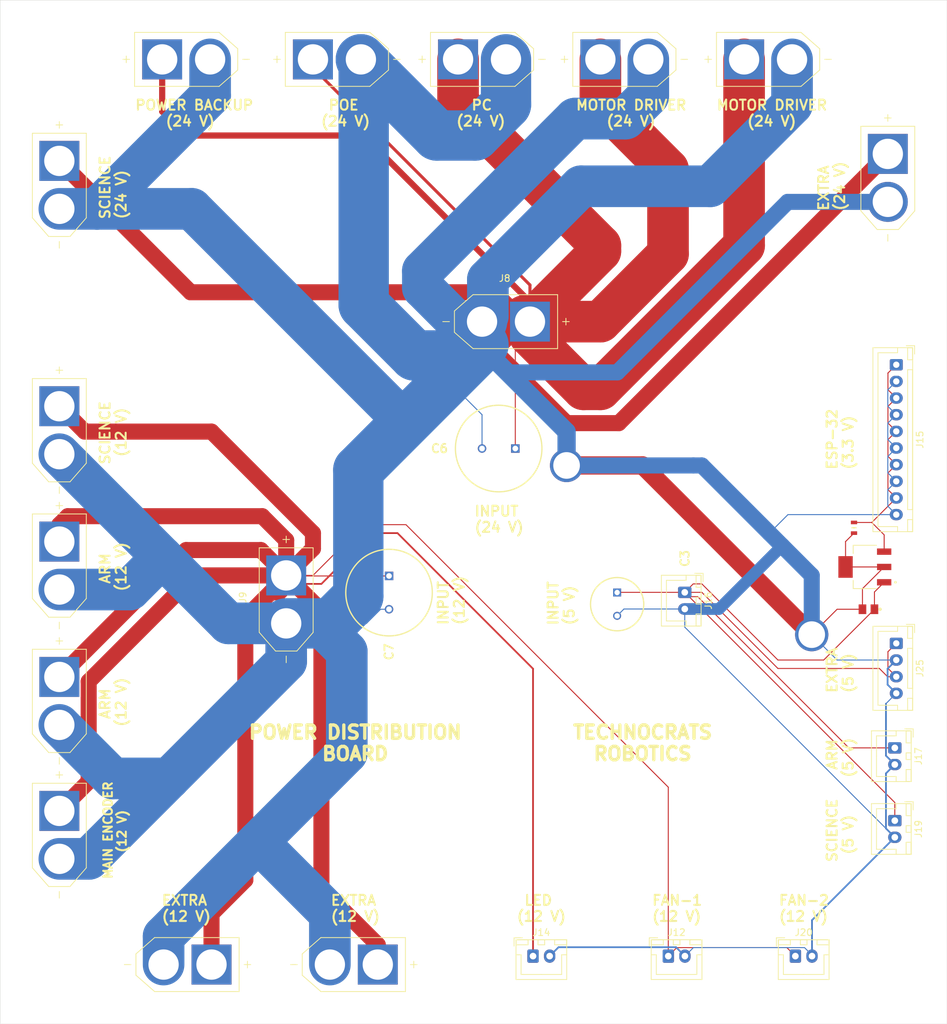
<source format=kicad_pcb>
(kicad_pcb (version 20240108) (generator "pcbnew") (generator_version "8.0")
  (layers (0 "F.Cu" power "24V, 12V") (31 "B.Cu" power "GND") (34 "B.Paste" user) (35 "F.Paste" user) (36 "B.SilkS" user "B.Silkscreen") (37 "F.SilkS" user "F.Silkscreen") (38 "B.Mask" user) (39 "F.Mask" user) (44 "Edge.Cuts" user))
  (net 0 "")
  (net 1 "/GND")
  (net 2 "/5V_INPUT")
  (net 3 "/3.3V")
  (net 4 "/24V_INPUT")
  (net 5 "/12V_INPUT")
  (footprint "XT60-Male:AMASS_XT60-M" (layer "F.Cu") (at 210.82 166.16 -90)
    (property "Reference" "J21" (hide yes))
    (property "Value" "XT60-M")
    (pad "N" thru_hole circle (at 3.6 0 270) (size 6 6) (drill 4.55) (layers "*.Cu" "*.Mask") (net 1 "/GND"))
    (pad "P" thru_hole rect (at -3.6 0 270) (size 6 6) (drill 4.55) (layers "*.Cu" "*.Mask") (net 5 "/12V_INPUT"))
  )
  (footprint "Connector_JST:JST_XH_B2B-XH-A_1x02_P2.50mm_Vertical" (layer "F.Cu") (at 336.33 193.53 -90)
    (property "Reference" "J17" (at 1.25 -3.55 -90) (layer "F.SilkS"))
    (property "Value" "JST-2")
    (pad "1" thru_hole roundrect (at 0 0 270) (size 1.7 2) (drill 1) (layers "*.Cu" "*.Mask") (roundrect_rratio 0.147059) (net 2 "/5V_INPUT"))
    (pad "2" thru_hole oval (at 2.5 0 270) (size 1.7 2) (drill 1) (layers "*.Cu" "*.Mask") (net 1 "/GND"))
  )
  (footprint "470nf_KiCad:C0805" (layer "F.Cu") (at 332.37 172.72 180)
    (property "Reference" "C1" (hide yes))
    (property "Value" "0.47uF" (hide yes))
    (pad "1" smd rect (at -0.9 0 180) (size 1.15 1.45) (layers "F.Cu" "F.Paste" "F.Mask") (net 2 "/5V_INPUT"))
    (pad "2" smd rect (at 0.9 0 180) (size 1.15 1.45) (layers "F.Cu" "F.Paste" "F.Mask") (net 1 "/GND"))
  )
  (footprint "XT60-Male:AMASS_XT60-M" (layer "F.Cu") (at 252.52 90.17)
    (property "Reference" "J6" (hide yes))
    (property "Value" "XT60-M")
    (pad "N" thru_hole circle (at 3.6 0) (size 6 6) (drill 4.55) (layers "*.Cu" "*.Mask") (net 1 "/GND"))
    (pad "P" thru_hole rect (at -3.6 0) (size 6 6) (drill 4.55) (layers "*.Cu" "*.Mask") (net 4 "/24V_INPUT"))
  )
  (footprint "LM3940IMP-3.3_NOPB (1):VREG_LM3940IMP-3.3_NOPB" (layer "F.Cu") (at 331.83 166.37 180)
    (property "Reference" "VR1" (hide yes))
    (property "Value" "LM3940IMP-3.3_NOPB")
    (pad "1" smd rect (at -2.9 -2.3 90) (size 0.95 2.15) (layers "F.Cu" "F.Paste" "F.Mask") (net 2 "/5V_INPUT"))
    (pad "2" smd rect (at -2.9 0 90) (size 0.95 2.15) (layers "F.Cu" "F.Paste" "F.Mask") (net 1 "/GND"))
    (pad "3" smd rect (at -2.9 2.3 90) (size 0.95 2.15) (layers "F.Cu" "F.Paste" "F.Mask") (net 3 "/3.3V"))
    (pad "4" smd rect (at 2.9 0 90) (size 3.25 2.15) (layers "F.Cu" "F.Paste" "F.Mask") (net 1 "/GND"))
  )
  (footprint "XT60-Male:AMASS_XT60-M" (layer "F.Cu") (at 210.82 109.01 -90)
    (property "Reference" "J3" (hide yes))
    (property "Value" "XT60-M")
    (pad "N" thru_hole circle (at 3.6 0 270) (size 6 6) (drill 4.55) (layers "*.Cu" "*.Mask") (net 1 "/GND"))
    (pad "P" thru_hole rect (at -3.6 0 270) (size 6 6) (drill 4.55) (layers "*.Cu" "*.Mask") (net 4 "/24V_INPUT"))
  )
  (footprint "Connector_JST:JST_XH_B2B-XH-A_1x02_P2.50mm_Vertical" (layer "F.Cu") (at 336.33 204.455 -90)
    (property "Reference" "J19" (at 1.25 -3.55 -90) (layer "F.SilkS"))
    (property "Value" "JST-2")
    (pad "1" thru_hole roundrect (at 0 0 270) (size 1.7 2) (drill 1) (layers "*.Cu" "*.Mask") (roundrect_rratio 0.147059) (net 2 "/5V_INPUT"))
    (pad "2" thru_hole oval (at 2.5 0 270) (size 1.7 2) (drill 1) (layers "*.Cu" "*.Mask") (net 1 "/GND"))
  )
  (footprint "XT60-Male:AMASS_XT60-M" (layer "F.Cu") (at 210.82 145.84 -90)
    (property "Reference" "J18" (hide yes))
    (property "Value" "XT60-M")
    (pad "N" thru_hole circle (at 3.6 0 270) (size 6 6) (drill 4.55) (layers "*.Cu" "*.Mask") (net 1 "/GND"))
    (pad "P" thru_hole rect (at -3.6 0 270) (size 6 6) (drill 4.55) (layers "*.Cu" "*.Mask") (net 5 "/12V_INPUT"))
  )
  (footprint "Connector_JST:JST_XH_B2B-XH-A_1x02_P2.50mm_Vertical" (layer "F.Cu") (at 281.98 224.79)
    (property "Reference" "J14" (at 1.25 -3.55 0) (layer "F.SilkS"))
    (property "Value" "JST-2")
    (pad "1" thru_hole roundrect (at 0 0) (size 1.7 2) (drill 1) (layers "*.Cu" "*.Mask") (roundrect_rratio 0.147059) (net 5 "/12V_INPUT"))
    (pad "2" thru_hole oval (at 2.5 0) (size 1.7 2) (drill 1) (layers "*.Cu" "*.Mask") (net 1 "/GND"))
  )
  (footprint "Connector_JST:JST_XH_B2B-XH-A_1x02_P2.50mm_Vertical" (layer "F.Cu") (at 302.3 224.79)
    (property "Reference" "J12" (at 1.25 -3.55 0) (layer "F.SilkS"))
    (property "Value" "JST-2")
    (pad "1" thru_hole roundrect (at 0 0) (size 1.7 2) (drill 1) (layers "*.Cu" "*.Mask") (roundrect_rratio 0.147059) (net 5 "/12V_INPUT"))
    (pad "2" thru_hole oval (at 2.5 0) (size 1.7 2) (drill 1) (layers "*.Cu" "*.Mask") (net 1 "/GND"))
  )
  (footprint "Connector_JST:JST_XH_B2B-XH-A_1x02_P2.50mm_Vertical" (layer "F.Cu") (at 321.39 224.79)
    (property "Reference" "J20" (at 1.25 -3.55 0) (layer "F.SilkS"))
    (property "Value" "JST-2")
    (pad "1" thru_hole roundrect (at 0 0) (size 1.7 2) (drill 1) (layers "*.Cu" "*.Mask") (roundrect_rratio 0.147059) (net 5 "/12V_INPUT"))
    (pad "2" thru_hole oval (at 2.5 0) (size 1.7 2) (drill 1) (layers "*.Cu" "*.Mask") (net 1 "/GND"))
  )
  (footprint "XT60-Male:AMASS_XT60-M" (layer "F.Cu") (at 255.06 226.06 180)
    (property "Reference" "J24" (hide yes))
    (property "Value" "XT60-M")
    (pad "N" thru_hole circle (at 3.6 0 180) (size 6 6) (drill 4.55) (layers "*.Cu" "*.Mask") (net 1 "/GND"))
    (pad "P" thru_hole rect (at -3.6 0 180) (size 6 6) (drill 4.55) (layers "*.Cu" "*.Mask") (net 5 "/12V_INPUT"))
  )
  (footprint "16V - 220 µF KiCad:CAPPRD350W60D800H900" (layer "F.Cu") (at 294.615 170.205 -90)
    (property "Reference" "C3" (at -5.105 -10.185 90) (layer "F.SilkS") (effects (font (size 1.27 1.27) (thickness 0.254))))
    (property "Value" "RL81C221MDN1KX" (hide yes))
    (pad "1" thru_hole rect (at 0 0 270) (size 1.2 1.2) (drill 0.8) (layers "*.Cu" "*.Mask") (net 2 "/5V_INPUT"))
    (pad "2" thru_hole circle (at 3.5 0 270) (size 1.2 1.2) (drill 0.8) (layers "*.Cu" "*.Mask") (net 1 "/GND"))
  )
  (footprint "XT60-Male:AMASS_XT60-M" (layer "F.Cu") (at 335.28 107.96 -90)
    (property "Reference" "J23" (hide yes))
    (property "Value" "XT60-M")
    (pad "N" thru_hole circle (at 3.6 0 270) (size 6 6) (drill 4.55) (layers "*.Cu" "*.Mask") (net 1 "/GND"))
    (pad "P" thru_hole rect (at -3.6 0 270) (size 6 6) (drill 4.55) (layers "*.Cu" "*.Mask") (net 4 "/24V_INPUT"))
  )
  (footprint "XT60-Male:AMASS_XT60-M" (layer "F.Cu") (at 210.82 206.59 -90)
    (property "Reference" "J22" (hide yes))
    (property "Value" "XT60-M")
    (pad "N" thru_hole circle (at 3.6 0 270) (size 6 6) (drill 4.55) (layers "*.Cu" "*.Mask") (net 1 "/GND"))
    (pad "P" thru_hole rect (at -3.6 0 270) (size 6 6) (drill 4.55) (layers "*.Cu" "*.Mask") (net 5 "/12V_INPUT"))
  )
  (footprint "Connector_JST:JST_XH_B4B-XH-A_1x04_P2.50mm_Vertical" (layer "F.Cu") (at 336.55 177.84 -90)
    (property "Reference" "J25" (at 3.75 -3.55 -90) (layer "F.SilkS"))
    (property "Value" "B4B-XH-A_LF__SN_")
    (pad "1" thru_hole roundrect (at 0 0 270) (size 1.7 1.95) (drill 0.95) (layers "*.Cu" "*.Mask") (roundrect_rratio 0.147059) (net 2 "/5V_INPUT"))
    (pad "2" thru_hole oval (at 2.5 0 270) (size 1.7 1.95) (drill 0.95) (layers "*.Cu" "*.Mask") (net 1 "/GND"))
    (pad "3" thru_hole oval (at 5 0 270) (size 1.7 1.95) (drill 0.95) (layers "*.Cu" "*.Mask") (net 2 "/5V_INPUT"))
    (pad "4" thru_hole oval (at 7.5 0 270) (size 1.7 1.95) (drill 0.95) (layers "*.Cu" "*.Mask") (net 1 "/GND"))
  )
  (footprint "XT60-Male:AMASS_XT60-M" (layer "F.Cu") (at 210.82 186.48 -90)
    (property "Reference" "J5" (hide yes))
    (property "Value" "XT60-M")
    (pad "N" thru_hole circle (at 3.6 0 270) (size 6 6) (drill 4.55) (layers "*.Cu" "*.Mask") (net 1 "/GND"))
    (pad "P" thru_hole rect (at -3.6 0 270) (size 6 6) (drill 4.55) (layers "*.Cu" "*.Mask") (net 5 "/12V_INPUT"))
  )
  (footprint "35V (1000uf) or 50V (470uf) KiCad:CAPPRD500W65D1300H2100" (layer "F.Cu") (at 279.32 148.59 180)
    (property "Reference" "C6" (at 11.39 0 180) (layer "F.SilkS") (effects (font (size 1.27 1.27) (thickness 0.254))))
    (property "Value" "SK102M035ST" (hide yes))
    (pad "1" thru_hole rect (at 0 0 180) (size 1.275 1.275) (drill 0.85) (layers "*.Cu" "*.Mask") (net 4 "/24V_INPUT"))
    (pad "2" thru_hole circle (at 5 0 180) (size 1.275 1.275) (drill 0.85) (layers "*.Cu" "*.Mask") (net 1 "/GND"))
  )
  (footprint "XT60-Male:AMASS_XT60-M" (layer "F.Cu") (at 274.32 90.17)
    (property "Reference" "J7" (hide yes))
    (property "Value" "XT60-M")
    (pad "N" thru_hole circle (at 3.6 0) (size 6 6) (drill 4.55) (layers "*.Cu" "*.Mask") (net 1 "/GND"))
    (pad "P" thru_hole rect (at -3.6 0) (size 6 6) (drill 4.55) (layers "*.Cu" "*.Mask") (net 4 "/24V_INPUT"))
  )
  (footprint "XT60-Male:AMASS_XT60-M" (layer "F.Cu") (at 230.08 226.06 180)
    (property "Reference" "J10" (hide yes))
    (property "Value" "XT60-M")
    (pad "N" thru_hole circle (at 3.6 0 180) (size 6 6) (drill 4.55) (layers "*.Cu" "*.Mask") (net 1 "/GND"))
    (pad "P" thru_hole rect (at -3.6 0 180) (size 6 6) (drill 4.55) (layers "*.Cu" "*.Mask") (net 5 "/12V_INPUT"))
  )
  (footprint "35V (1000uf) or 50V (470uf) KiCad:CAPPRD500W65D1300H2100" (layer "F.Cu") (at 260.35 167.72 -90)
    (property "Reference" "C7" (at 11.39 0 90) (layer "F.SilkS") (effects (font (size 1.27 1.27) (thickness 0.254))))
    (property "Value" "SK102M035ST" (hide yes))
    (pad "1" thru_hole rect (at 0 0 270) (size 1.275 1.275) (drill 0.85) (layers "*.Cu" "*.Mask") (net 5 "/12V_INPUT"))
    (pad "2" thru_hole circle (at 5 0 270) (size 1.275 1.275) (drill 0.85) (layers "*.Cu" "*.Mask") (net 1 "/GND"))
  )
  (footprint "XT60-Male:AMASS_XT60-M" (layer "F.Cu") (at 277.92 129.54 180)
    (property "Reference" "J8" (at 0.2 6.5 180) (layer "F.SilkS"))
    (property "Value" "XT60-M")
    (pad "N" thru_hole circle (at 3.6 0 180) (size 6 6) (drill 4.55) (layers "*.Cu" "*.Mask") (net 1 "/GND"))
    (pad "P" thru_hole rect (at -3.6 0 180) (size 6 6) (drill 4.55) (layers "*.Cu" "*.Mask") (net 4 "/24V_INPUT"))
  )
  (footprint "XT60-Male:AMASS_XT60-M" (layer "F.Cu") (at 295.7 90.17)
    (property "Reference" "J2" (hide yes))
    (property "Value" "XT60-M")
    (pad "N" thru_hole circle (at 3.6 0) (size 6 6) (drill 4.55) (layers "*.Cu" "*.Mask") (net 1 "/GND"))
    (pad "P" thru_hole rect (at -3.6 0) (size 6 6) (drill 4.55) (layers "*.Cu" "*.Mask") (net 4 "/24V_INPUT"))
  )
  (footprint "33uf_KiCad:CAPC1608X80N" (layer "F.Cu") (at 330.2 160.49 -90)
    (property "Reference" "C2" (hide yes))
    (property "Value" "33uF" (hide yes))
    (pad "1" smd rect (at -0.8 0 270) (size 0.54 0.94) (layers "F.Cu" "F.Paste" "F.Mask") (net 3 "/3.3V"))
    (pad "2" smd rect (at 0.8 0 270) (size 0.54 0.94) (layers "F.Cu" "F.Paste" "F.Mask") (net 1 "/GND"))
  )
  (footprint "Connector_JST:JST_XH_B2B-XH-A_1x02_P2.50mm_Vertical" (layer "F.Cu") (at 304.775 170.18 -90)
    (property "Reference" "J16" (at 1.25 -3.55 -90) (layer "F.SilkS"))
    (property "Value" "JST-2")
    (pad "1" thru_hole roundrect (at 0 0 270) (size 1.7 2) (drill 1) (layers "*.Cu" "*.Mask") (roundrect_rratio 0.147059) (net 2 "/5V_INPUT"))
    (pad "2" thru_hole oval (at 2.5 0 270) (size 1.7 2) (drill 1) (layers "*.Cu" "*.Mask") (net 1 "/GND"))
  )
  (footprint "XT60-Male:AMASS_XT60-M" (layer "F.Cu") (at 244.9 171.24 -90)
    (property "Reference" "J9" (at -0.3 6.5 90) (layer "F.SilkS"))
    (property "Value" "XT60-M")
    (pad "N" thru_hole circle (at 3.6 0 270) (size 6 6) (drill 4.55) (layers "*.Cu" "*.Mask") (net 1 "/GND"))
    (pad "P" thru_hole rect (at -3.6 0 270) (size 6 6) (drill 4.55) (layers "*.Cu" "*.Mask") (net 5 "/12V_INPUT"))
  )
  (footprint "XT60-Male:AMASS_XT60-M" (layer "F.Cu") (at 229.87 90.17)
    (property "Reference" "J4" (hide yes))
    (property "Value" "XT60-M")
    (pad "N" thru_hole circle (at 3.6 0) (size 6 6) (drill 4.55) (layers "*.Cu" "*.Mask") (net 1 "/GND"))
    (pad "P" thru_hole rect (at -3.6 0) (size 6 6) (drill 4.55) (layers "*.Cu" "*.Mask") (net 4 "/24V_INPUT"))
  )
  (footprint "Connector_JST:JST_XH_B10B-XH-A_1x10_P2.50mm_Vertical" (layer "F.Cu") (at 336.55 136.01 -90)
    (property "Reference" "J15" (at 11.25 -3.55 -90) (layer "F.SilkS"))
    (property "Value" "JST-10")
    (pad "1" thru_hole roundrect (at 0 0 270) (size 1.7 1.95) (drill 0.95) (layers "*.Cu" "*.Mask") (roundrect_rratio 0.147059) (net 3 "/3.3V"))
    (pad "2" thru_hole oval (at 2.5 0 270) (size 1.7 1.95) (drill 0.95) (layers "*.Cu" "*.Mask") (net 1 "/GND"))
    (pad "3" thru_hole oval (at 5 0 270) (size 1.7 1.95) (drill 0.95) (layers "*.Cu" "*.Mask") (net 3 "/3.3V"))
    (pad "4" thru_hole oval (at 7.5 0 270) (size 1.7 1.95) (drill 0.95) (layers "*.Cu" "*.Mask") (net 1 "/GND"))
    (pad "5" thru_hole oval (at 10 0 270) (size 1.7 1.95) (drill 0.95) (layers "*.Cu" "*.Mask") (net 3 "/3.3V"))
    (pad "6" thru_hole oval (at 12.5 0 270) (size 1.7 1.95) (drill 0.95) (layers "*.Cu" "*.Mask") (net 1 "/GND"))
    (pad "7" thru_hole oval (at 15 0 270) (size 1.7 1.95) (drill 0.95) (layers "*.Cu" "*.Mask") (net 3 "/3.3V"))
    (pad "8" thru_hole oval (at 17.5 0 270) (size 1.7 1.95) (drill 0.95) (layers "*.Cu" "*.Mask") (net 1 "/GND"))
    (pad "9" thru_hole oval (at 20 0 270) (size 1.7 1.95) (drill 0.95) (layers "*.Cu" "*.Mask") (net 3 "/3.3V"))
    (pad "10" thru_hole oval (at 22.5 0 270) (size 1.7 1.95) (drill 0.95) (layers "*.Cu" "*.Mask") (net 1 "/GND"))
  )
  (footprint "XT60-Male:AMASS_XT60-M" (layer "F.Cu") (at 317.29 90.17)
    (property "Reference" "J1" (hide yes))
    (property "Value" "XT60-M")
    (pad "N" thru_hole circle (at 3.6 0) (size 6 6) (drill 4.55) (layers "*.Cu" "*.Mask") (net 1 "/GND"))
    (pad "P" thru_hole rect (at -3.6 0) (size 6 6) (drill 4.55) (layers "*.Cu" "*.Mask") (net 4 "/24V_INPUT"))
  )
  (gr_rect (start 201.93 81.28) (end 344.17 234.95) (stroke (width 0.05)) (fill none) (layer "Edge.Cuts"))
  (gr_text " ARM\n(5 V)" (at 330.2 198.12 90) (layer "F.SilkS") (effects (font (size 1.5 1.5) (thickness 0.3) (bold yes)) (justify left bottom)))
  (gr_text "MAIN ENCODER \n    (12 V)\n" (at 220.98 213.36 90) (layer "F.SilkS") (effects (font (size 1.3 1.3) (thickness 0.3) (bold yes)) (justify left bottom)))
  (gr_text "MOTOR DRIVER\n    (24 V)\n" (at 309.43 100.33 0) (layer "F.SilkS") (effects (font (size 1.5 1.5) (thickness 0.3) (bold yes)) (justify left bottom)))
  (gr_text "  PC\n(24 V)" (at 270.3 100.33 0) (layer "F.SilkS") (effects (font (size 1.5 1.5) (thickness 0.3) (bold yes)) (justify left bottom)))
  (gr_text " POE\n(24 V)" (at 249.98 100.33 0) (layer "F.SilkS") (effects (font (size 1.5 1.5) (thickness 0.3) (bold yes)) (justify left bottom)))
  (gr_text " ESP-32\n (3.3 V)" (at 330.2 153.02797 90) (layer "F.SilkS") (effects (font (size 1.5 1.5) (thickness 0.3) (bold yes)) (justify left bottom)))
  (gr_text "EXTRA\n(24 V)" (at 328.93 113.03 90) (layer "F.SilkS") (effects (font (size 1.5 1.5) (thickness 0.3) (bold yes)) (justify left bottom)))
  (gr_text "SCIENCE\n(24 V) " (at 220.98 114.3 90) (layer "F.SilkS") (effects (font (size 1.5 1.5) (thickness 0.3) (bold yes)) (justify left bottom)))
  (gr_text "POWER BACKUP\n    (24 V)" (at 222.07 100.33 0) (layer "F.SilkS") (effects (font (size 1.5 1.5) (thickness 0.3) (bold yes)) (justify left bottom)))
  (gr_text "INPUT\n(24 V)" (at 273.05 161.29 0) (layer "F.SilkS") (effects (font (size 1.5 1.5) (thickness 0.3) (bold yes)) (justify left bottom)))
  (gr_text "INPUT\n(5 V)\n" (at 288.29 175.26 90) (layer "F.SilkS") (effects (font (size 1.5 1.5) (thickness 0.3) (bold yes)) (justify left bottom)))
  (gr_text "POWER DISTRIBUTION\nBOARD" (at 255.27 195.58 0) (layer "F.SilkS") (effects (font (size 2 2) (thickness 0.5)) (justify bottom)))
  (gr_text "SCIENCE\n (5 V)" (at 330.2 210.82 90) (layer "F.SilkS") (effects (font (size 1.5 1.5) (thickness 0.3) (bold yes)) (justify left bottom)))
  (gr_text "FAN-2\n(12 V)\n" (at 318.77 219.71 0) (layer "F.SilkS") (effects (font (size 1.5 1.5) (thickness 0.3) (bold yes)) (justify left bottom)))
  (gr_text "EXTRA\n(12 V)" (at 226.06 219.71 0) (layer "F.SilkS") (effects (font (size 1.5 1.5) (thickness 0.3) (bold yes)) (justify left bottom)))
  (gr_text "TECHNOCRATS\nROBOTICS" (at 298.45 195.58 0) (layer "F.SilkS") (effects (font (size 2 2) (thickness 0.5) (bold yes)) (justify bottom)))
  (gr_text "FAN-1\n(12 V)\n" (at 299.72 219.71 0) (layer "F.SilkS") (effects (font (size 1.5 1.5) (thickness 0.3) (bold yes)) (justify left bottom)))
  (gr_text "EXTRA\n(12 V)" (at 251.46 219.71 0) (layer "F.SilkS") (effects (font (size 1.5 1.5) (thickness 0.3) (bold yes)) (justify left bottom)))
  (gr_text " ARM\n(12 V)" (at 220.98 170.18 90) (layer "F.SilkS") (effects (font (size 1.5 1.5) (thickness 0.3) (bold yes)) (justify left bottom)))
  (gr_text "INPUT\n(12 V)\n" (at 271.78 175.22 90) (layer "F.SilkS") (effects (font (size 1.5 1.5) (thickness 0.3)) (justify left bottom)))
  (gr_text " ARM\n(12 V)" (at 220.98 190.5 90) (layer "F.SilkS") (effects (font (size 1.5 1.5) (thickness 0.3) (bold yes)) (justify left bottom)))
  (gr_text "EXTRA\n(5 V)" (at 330.2 185.42 90) (layer "F.SilkS") (effects (font (size 1.5 1.5) (thickness 0.3) (bold yes)) (justify left bottom)))
  (gr_text " LED\n(12 V)" (at 279.4 219.71 0) (layer "F.SilkS") (effects (font (size 1.5 1.5) (thickness 0.3) (bold yes)) (justify left bottom)))
  (gr_text "MOTOR DRIVER\n    (24 V)\n" (at 288.29 100.33 0) (layer "F.SilkS") (effects (font (size 1.5 1.5) (thickness 0.3) (bold yes)) (justify left bottom)))
  (gr_text "SCIENCE\n (12 V)\n" (at 220.98 151.13 90) (layer "F.SilkS") (effects (font (size 1.5 1.5) (thickness 0.3) (bold yes)) (justify left bottom)))
  (segment (start 323.85 176.53) (end 327.66 172.72) (width 0.15) (layer "F.Cu") (net 1))
  (segment (start 334.73 166.37) (end 331.47 169.63) (width 0.15) (layer "F.Cu") (net 1))
  (segment (start 331.47 169.63) (end 331.47 172.72) (width 0.15) (layer "F.Cu") (net 1))
  (segment (start 328.2 166.17) (end 328.215 166.17) (width 0.15) (layer "F.Cu") (net 1))
  (segment (start 298.45 151.13) (end 287.02 151.13) (width 2.74) (layer "F.Cu") (net 1))
  (segment (start 323.85 176.53) (end 298.45 151.13) (width 2.74) (layer "F.Cu") (net 1))
  (segment (start 328.93 166.37) (end 334.73 166.37) (width 0.15) (layer "F.Cu") (net 1))
  (segment (start 328.93 166.37) (end 328.93 162.56) (width 0.15) (layer "F.Cu") (net 1))
  (segment (start 327.66 172.72) (end 331.47 172.72) (width 0.15) (layer "F.Cu") (net 1))
  (segment (start 328.93 162.56) (end 330.2 161.29) (width 0.15) (layer "F.Cu") (net 1))
  (via (at 323.85 176.53) (size 5) (drill 4) (layers "F.Cu" "B.Cu") (net 1))
  (via (at 287.02 151.13) (size 5) (drill 4) (layers "F.Cu" "B.Cu") (net 1))
  (segment (start 275.195 128.665) (end 275.195 123.215) (width 6.25) (layer "B.Cu") (net 1))
  (segment (start 307.34 151.13) (end 306.07 151.13) (width 2.41) (layer "B.Cu") (net 1))
  (segment (start 245.83 173.91) (end 244.9 174.84) (width 0.15) (layer "B.Cu") (net 1))
  (segment (start 256.12 91.13) (end 256.12 90.17) (width 1.76) (layer "B.Cu") (net 1))
  (segment (start 274.32 133.35) (end 287.02 146.05) (width 2.74) (layer "B.Cu") (net 1))
  (segment (start 320.89 96.94) (end 320.89 90.17) (width 6.25) (layer "B.Cu") (net 1))
  (segment (start 335.28 142.24) (end 336.55 143.51) (width 0.15) (layer "B.Cu") (net 1))
  (segment (start 335.28 149.78) (end 335.28 152.24) (width 0.15) (layer "B.Cu") (net 1))
  (segment (start 294.615 173.705) (end 295.64 172.68) (width 0.15) (layer "B.Cu") (net 1))
  (segment (start 294.64 137.16) (end 320.24 111.56) (width 2.41) (layer "B.Cu") (net 1))
  (segment (start 244.9 174.84) (end 246.51 174.84) (width 2.41) (layer "B.Cu") (net 1))
  (segment (start 244.9 174.84) (end 236.22 174.84) (width 6.25) (layer "B.Cu") (net 1))
  (segment (start 306.075 223.515) (end 304.8 224.79) (width 0.15) (layer "B.Cu") (net 1))
  (segment (start 309.92 172.68) (end 319.405 163.195) (width 1.76) (layer "B.Cu") (net 1))
  (segment (start 212.43 210.19) (end 210.82 210.19) (width 2.41) (layer "B.Cu") (net 1))
  (segment (start 335.28 147.24) (end 336.55 148.51) (width 0.15) (layer "B.Cu") (net 1))
  (segment (start 264.16 134.62) (end 256.54 127) (width 7.56) (layer "B.Cu") (net 1))
  (segment (start 274.32 133.35) (end 278.13 137.16) (width 2.41) (layer "B.Cu") (net 1))
  (segment (start 226.48 221.83) (end 226.48 226.06) (width 6.25) (layer "B.Cu") (net 1))
  (segment (start 336.55 180.34) (end 336.55 180.2) (width 0.15) (layer "B.Cu") (net 1))
  (segment (start 259.08 172.72) (end 256.96 174.84) (width 0.15) (layer "B.Cu") (net 1))
  (segment (start 260.35 172.72) (end 259.08 172.72) (width 0.15) (layer "B.Cu") (net 1))
  (segment (start 299.3 95.62) (end 295.86 99.06) (width 6.25) (layer "B.Cu") (net 1))
  (segment (start 299.3 90.17) (end 299.3 95.62) (width 6.25) (layer "B.Cu") (net 1))
  (segment (start 274.32 134.025) (end 264.835 143.51) (width 6.25) (layer "B.Cu") (net 1))
  (segment (start 216.48 112.61) (end 210.82 112.61) (width 6.25) (layer "B.Cu") (net 1))
  (segment (start 226.27 164.89) (end 210.82 149.44) (width 6.25) (layer "B.Cu") (net 1))
  (segment (start 323.85 176.53) (end 323.85 167.64) (width 2.41) (layer "B.Cu") (net 1))
  (segment (start 256.54 90.59) (end 256.12 90.17) (width 7.56) (layer "B.Cu") (net 1))
  (segment (start 335.28 139.78) (end 335.28 142.24) (width 0.15) (layer "B.Cu") (net 1))
  (segment (start 335.28 154.78) (end 335.28 157.24) (width 0.15) (layer "B.Cu") (net 1))
  (segment (start 320.24 111.56) (end 335.28 111.56) (width 2.41) (layer "B.Cu") (net 1))
  (segment (start 319.405 163.195) (end 317.5 161.29) (width 2.41) (layer "B.Cu") (net 1))
  (segment (start 249.77 174.84) (end 254 179.07) (width 6.25) (layer "B.Cu") (net 1))
  (segment (start 304.8 224.79) (end 303.47 223.46) (width 0.26) (layer "B.Cu") (net 1))
  (segment (start 244.9 174.84) (end 243.29 174.84) (width 2.41) (layer "B.Cu") (net 1))
  (segment (start 335.28 152.24) (end 336.55 153.51) (width 0.15) (layer "B.Cu") (net 1))
  (segment (start 274.32 129.54) (end 274.6575 129.8775) (width 2.74) (layer "B.Cu") (net 1))
  (segment (start 274.32 148.59) (end 274.32 143.51) (width 0.15) (layer "B.Cu") (net 1))
  (segment (start 304.775 172.68) (end 304.775 175.4) (width 0.15) (layer "B.Cu") (net 1))
  (segment (start 317.5 161.29) (end 307.34 151.13) (width 2.41) (layer "B.Cu") (net 1))
  (segment (start 265.43 121.92) (end 265.43 124.46) (width 6.25) (layer "B.Cu") (net 1))
  (segment (start 244.9 174.84) (end 244.9 176.74) (width 2.41) (layer "B.Cu") (net 1))
  (segment (start 227.33 198.12) (end 215.26 210.19) (width 6.25) (layer "B.Cu") (net 1))
  (segment (start 269.5775 141.9025) (end 269.24 142.24) (width 0.15) (layer "B.Cu") (net 1))
  (segment (start 233.47 95.62) (end 216.48 112.61) (width 6.25) (layer "B.Cu") (net 1))
  (segment (start 254 179.07) (end 254 194.31) (width 6.25) (layer "B.Cu") (net 1))
  (segment (start 233.47 90.17) (end 233.47 91.13) (width 1.76) (layer "B.Cu") (net 1))
  (segment (start 267.55 101.6) (end 256.12 90.17) (width 7.56) (layer "B.Cu") (net 1))
  (segment (start 233.47 90.17) (end 233.47 95.62) (width 6.25) (layer "B.Cu") (net 1))
  (segment (start 323.89 224.79) (end 323.89 219.395) (width 0.26) (layer "B.Cu") (net 1))
  (segment (start 335.245 184.035) (end 335.245 181.645) (width 0.26) (layer "B.Cu") (net 1))
  (segment (start 264.835 143.51) (end 261.62 143.51) (width 6.25) (layer "B.Cu") (net 1))
  (segment (start 336.55 185.34) (end 335.245 184.035) (width 0.26) (layer "B.Cu") (net 1))
  (segment (start 327.66 180.34) (end 323.85 176.53) (width 0.15) (layer "B.Cu") (net 1))
  (segment (start 256.96 174.84) (end 244.9 174.84) (width 0.15) (layer "B.Cu") (net 1))
  (segment (start 323.89 219.395) (end 336.33 206.955) (width 0.26) (layer "B.Cu") (net 1))
  (segment (start 289.19 109.22) (end 308.61 109.22) (width 6.25) (layer "B.Cu") (net 1))
  (segment (start 336.33 206.955) (end 335 205.625) (width 0.26) (layer "B.Cu") (net 1))
  (segment (start 270.51 129.54) (end 274.32 129.54) (width 6.25) (layer "B.Cu") (net 1))
  (segment (start 323.89 224.79) (end 323.89 224.64) (width 0.15) (layer "B.Cu") (net 1))
  (segment (start 336.55 148.51) (end 335.28 149.78) (width 0.15) (layer "B.Cu") (net 1))
  (segment (start 335 205.625) (end 335 197.36) (width 0.26) (layer "B.Cu") (net 1))
  (segment (start 269.5775 138.7675) (end 269.5775 141.9025) (width 0.15) (layer "B.Cu") (net 1))
  (segment (start 244.9 180.55) (end 227.33 198.12) (width 6.25) (layer "B.Cu") (net 1))
  (segment (start 295.86 99.06) (end 288.29 99.06) (width 6.25) (layer "B.Cu") (net 1))
  (segment (start 278.13 137.16) (end 294.64 137.16) (width 2.41) (layer "B.Cu") (net 1))
  (segment (start 274.32 137.16) (end 274.32 129.54) (width 0.15) (layer "B.Cu") (net 1))
  (segment (start 336.55 138.51) (end 335.28 139.78) (width 0.15) (layer "B.Cu") (net 1))
  (segment (start 273.09 130.77) (end 274.32 129.54) (width 0.15) (layer "B.Cu") (net 1))
  (segment (start 269.24 134.62) (end 264.16 134.62) (width 7.56) (layer "B.Cu") (net 1))
  (segment (start 335 197.36) (end 336.33 196.03) (width 0.26) (layer "B.Cu") (net 1))
  (segment (start 336.33 196.03) (end 335.055 194.755) (width 0.15) (layer "B.Cu") (net 1))
  (segment (start 336.55 158.51) (end 320.28 158.51) (width 0.15) (layer "B.Cu") (net 1))
  (segment (start 226.27 164.89) (end 221.4 169.76) (width 6.25) (layer "B.Cu") (net 1))
  (segment (start 274.32 129.54) (end 274.32 132.675) (width 2.41) (layer "B.Cu") (net 1))
  (segment (start 244.9 174.84) (end 251.66 174.84) (width 7.56) (layer "B.Cu") (net 1))
  (segment (start 218.86 198.12) (end 210.82 190.08) (width 6.25) (layer "B.Cu") (net 1))
  (segment (start 274.32 143.51) (end 269.5775 138.7675) (width 0.15) (layer "B.Cu") (net 1))
  (segment (start 295.64 172.68) (end 304.775 172.68) (width 0.15) (layer "B.Cu") (net 1))
  (segment (start 265.43 124.46) (end 270.51 129.54) (width 6.25) (layer "B.Cu") (net 1))
  (segment (start 274.6575 129.8775) (end 274.6575 133.0125) (width 2.74) (layer "B.Cu") (net 1))
  (segment (start 288.29 99.06) (end 265.43 121.92) (width 6.25) (layer "B.Cu") (net 1))
  (segment (start 251.66 174.84) (end 255.7325 170.7675) (width 7.56) (layer "B.Cu") (net 1))
  (segment (start 308.61 109.22) (end 320.89 96.94) (width 6.25) (layer "B.Cu") (net 1))
  (segment (start 240.665 207.645) (end 226.48 221.83) (width 6.25) (layer "B.Cu") (net 1))
  (segment (start 336.55 185.34) (end 335 186.89) (width 0.15) (layer "B.Cu") (net 1))
  (segment (start 230.72 112.61) (end 216.48 112.61) (width 6.25) (layer "B.Cu") (net 1))
  (segment (start 274.32 129.54) (end 274.32 133.35) (width 2.41) (layer "B.Cu") (net 1))
  (segment (start 274.32 129.54) (end 274.32 134.025) (width 6.25) (layer "B.Cu") (net 1))
  (segment (start 251.46 218.44) (end 240.665 207.645) (width 6.25) (layer "B.Cu") (net 1))
  (segment (start 304.775 172.68) (end 309.92 172.68) (width 1.76) (layer "B.Cu") (net 1))
  (segment (start 335.245 181.645) (end 336.55 180.34) (width 0.26) (layer "B.Cu") (net 1))
  (segment (start 277.92 96.93) (end 273.25 101.6) (width 7.56) (layer "B.Cu") (net 1))
  (segment (start 221.4 169.76) (end 210.82 169.76) (width 6.25) (layer "B.Cu") (net 1))
  (segment (start 336.55 180.34) (end 327.66 180.34) (width 0.15) (layer "B.Cu") (net 1))
  (segment (start 335.28 157.24) (end 336.55 158.51) (width 0.15) (layer "B.Cu") (net 1))
  (segment (start 304.775 175.4) (end 336.33 206.955) (width 0.15) (layer "B.Cu") (net 1))
  (segment (start 236.22 174.84) (end 228.175 166.795) (width 6.25) (layer "B.Cu") (net 1))
  (segment (start 256.54 127) (end 256.54 90.59) (width 7.56) (layer "B.Cu") (net 1))
  (segment (start 215.26 210.19) (end 210.82 210.19) (width 6.25) (layer "B.Cu") (net 1))
  (segment (start 287.02 146.05) (end 287.02 151.13) (width 2.74) (layer "B.Cu") (net 1))
  (segment (start 323.89 224.64) (end 322.765 223.515) (width 0.15) (layer "B.Cu") (net 1))
  (segment (start 287.02 152.4) (end 287.02 151.13) (width 2.41) (layer "B.Cu") (net 1))
  (segment (start 251.46 226.06) (end 251.46 218.44) (width 6.25) (layer "B.Cu") (net 1))
  (segment (start 261.62 143.51) (end 230.72 112.61) (width 6.25) (layer "B.Cu") (net 1))
  (segment (start 323.85 167.64) (end 319.405 163.195) (width 2.41) (layer "B.Cu") (net 1))
  (segment (start 335 194.7) (end 335 186.89) (width 0.26) (layer "B.Cu") (net 1))
  (segment (start 227.33 198.12) (end 218.86 198.12) (width 6.25) (layer "B.Cu") (net 1))
  (segment (start 277.92 90.17) (end 277.92 96.93) (width 7.56) (layer "B.Cu") (net 1))
  (segment (start 255.7325 170.7675) (end 255.7325 151.82) (width 7.56) (layer "B.Cu") (net 1))
  (segment (start 335.28 144.78) (end 335.28 147.24) (width 0.15) (layer "B.Cu") (net 1))
  (segment (start 303.47 223.46) (end 285.81 223.46) (width 0.26) (layer "B.Cu") (net 1))
  (segment (start 255.7325 151.82) (end 274.54 133.0125) (width 7.56) (layer "B.Cu") (net 1))
  (segment (start 275.195 123.215) (end 289.19 109.22) (width 6.25) (layer "B.Cu") (net 1))
  (segment (start 336.33 196.03) (end 335 194.7) (width 0.26) (layer "B.Cu") (net 1))
  (segment (start 273.25 101.6) (end 267.55 101.6) (width 7.56) (layer "B.Cu") (net 1))
  (segment (start 322.765 223.515) (end 306.075 223.515) (width 0.15) (layer "B.Cu") (net 1))
  (segment (start 244.9 174.84) (end 249.77 174.84) (width 6.25) (layer "B.Cu") (net 1))
  (segment (start 306.07 151.13) (end 287.02 151.13) (width 2.41) (layer "B.Cu") (net 1))
  (segment (start 212.43 190.08) (end 210.82 190.08) (width 2.41) (layer "B.Cu") (net 1))
  (segment (start 254 194.31) (end 240.665 207.645) (width 6.25) (layer "B.Cu") (net 1))
  (segment (start 336.55 143.51) (end 335.28 144.78) (width 0.15) (layer "B.Cu") (net 1))
  (segment (start 274.32 129.54) (end 269.24 134.62) (width 7.56) (layer "B.Cu") (net 1))
  (segment (start 320.28 158.51) (end 317.5 161.29) (width 0.15) (layer "B.Cu") (net 1))
  (segment (start 228.175 166.795) (end 226.27 164.89) (width 6.25) (layer "B.Cu") (net 1))
  (segment (start 274.32 129.54) (end 275.195 128.665) (width 6.25) (layer "B.Cu") (net 1))
  (segment (start 274.32 132.675) (end 274.6575 133.0125) (width 2.41) (layer "B.Cu") (net 1))
  (segment (start 336.55 153.51) (end 335.28 154.78) (width 0.15) (layer "B.Cu") (net 1))
  (segment (start 285.81 223.46) (end 284.48 224.79) (width 0.26) (layer "B.Cu") (net 1))
  (segment (start 244.9 174.84) (end 244.9 180.55) (width 6.25) (layer "B.Cu") (net 1))
  (segment (start 333.27 172.72) (end 333.27 170.13) (width 0.15) (layer "F.Cu") (net 2))
  (segment (start 304.775 170.18) (end 294.64 170.18) (width 0.15) (layer "F.Cu") (net 2))
  (segment (start 306.045 168.91) (end 307.34 168.91) (width 0.15) (layer "F.Cu") (net 2))
  (segment (start 335.24 182.84) (end 336.55 182.84) (width 0.15) (layer "F.Cu") (net 2))
  (segment (start 325.65 180.34) (end 333.27 172.72) (width 0.15) (layer "F.Cu") (net 2))
  (segment (start 307.34 168.91) (end 318.77 180.34) (width 0.15) (layer "F.Cu") (net 2))
  (segment (start 318.77 181.61) (end 334.01 181.61) (width 0.15) (layer "F.Cu") (net 2))
  (segment (start 304.775 170.18) (end 306.045 168.91) (width 0.15) (layer "F.Cu") (net 2))
  (segment (start 329.42 193.53) (end 336.33 193.53) (width 0.15) (layer "F.Cu") (net 2))
  (segment (start 305.4225 170.8275) (end 306.7175 170.8275) (width 0.15) (layer "F.Cu") (net 2))
  (segment (start 334.01 181.61) (end 335.24 182.84) (width 0.15) (layer "F.Cu") (net 2))
  (segment (start 318.77 180.34) (end 325.65 180.34) (width 0.15) (layer "F.Cu") (net 2))
  (segment (start 304.775 170.18) (end 336.33 201.735) (width 0.15) (layer "F.Cu") (net 2))
  (segment (start 333.27 170.13) (end 334.73 168.67) (width 0.15) (layer "F.Cu") (net 2))
  (segment (start 306.7175 170.8275) (end 329.42 193.53) (width 0.15) (layer "F.Cu") (net 2))
  (segment (start 304.775 170.18) (end 307.34 170.18) (width 0.15) (layer "F.Cu") (net 2))
  (segment (start 336.55 182.84) (end 335.3 181.59) (width 0.15) (layer "F.Cu") (net 2))
  (segment (start 307.34 170.18) (end 318.77 181.61) (width 0.15) (layer "F.Cu") (net 2))
  (segment (start 335.3 181.59) (end 335.3 179.09) (width 0.15) (layer "F.Cu") (net 2))
  (segment (start 335.3 179.09) (end 336.55 177.84) (width 0.15) (layer "F.Cu") (net 2))
  (segment (start 336.33 201.735) (end 336.33 204.455) (width 0.15) (layer "F.Cu") (net 2))
  (segment (start 332.87 159.69) (end 336.55 156.01) (width 0.15) (layer "F.Cu") (net 3))
  (segment (start 335.3 144.76) (end 335.3 142.26) (width 0.15) (layer "F.Cu") (net 3))
  (segment (start 335.3 147.26) (end 336.55 146.01) (width 0.15) (layer "F.Cu") (net 3))
  (segment (start 335.3 152.26) (end 336.55 151.01) (width 0.15) (layer "F.Cu") (net 3))
  (segment (start 334.73 164.07) (end 334.73 161.55) (width 0.15) (layer "F.Cu") (net 3))
  (segment (start 336.55 156.01) (end 335.3 154.76) (width 0.15) (layer "F.Cu") (net 3))
  (segment (start 336.55 146.01) (end 335.3 144.76) (width 0.15) (layer "F.Cu") (net 3))
  (segment (start 335.3 142.26) (end 336.55 141.01) (width 0.15) (layer "F.Cu") (net 3))
  (segment (start 335.3 137.26) (end 336.55 136.01) (width 0.15) (layer "F.Cu") (net 3))
  (segment (start 334.73 161.55) (end 332.87 159.69) (width 0.15) (layer "F.Cu") (net 3))
  (segment (start 336.55 151.01) (end 335.3 149.76) (width 0.15) (layer "F.Cu") (net 3))
  (segment (start 335.3 154.76) (end 335.3 152.26) (width 0.15) (layer "F.Cu") (net 3))
  (segment (start 330.2 159.69) (end 332.87 159.69) (width 0.15) (layer "F.Cu") (net 3))
  (segment (start 335.3 139.76) (end 335.3 137.26) (width 0.15) (layer "F.Cu") (net 3))
  (segment (start 335.3 149.76) (end 335.3 147.26) (width 0.15) (layer "F.Cu") (net 3))
  (segment (start 336.55 141.01) (end 335.3 139.76) (width 0.15) (layer "F.Cu") (net 3))
  (segment (start 281.52 129.54) (end 280.549612 129.54) (width 2.41) (layer "F.Cu") (net 4))
  (segment (start 313.69 118.11) (end 313.69 90.17) (width 6.25) (layer "F.Cu") (net 4))
  (segment (start 280.549612 129.54) (end 276.164806 133.924806) (width 2.41) (layer "F.Cu") (net 4))
  (segment (start 276.164806 133.924806) (end 287.02 144.78) (width 2.41) (layer "F.Cu") (net 4))
  (segment (start 292.1 118.11) (end 292.1 118.96) (width 6.25) (layer "F.Cu") (net 4))
  (segment (start 281.52 126.58) (end 281.52 124.04) (width 0.46) (layer "F.Cu") (net 4))
  (segment (start 281.52 129.54) (end 281.52 126.58) (width 0.46) (layer "F.Cu") (net 4))
  (segment (start 276.144611 125.135) (end 230.545 125.135) (width 2.41) (layer "F.Cu") (net 4))
  (segment (start 281.52 129.54) (end 292.1 129.54) (width 6.25) (layer "F.Cu") (net 4))
  (segment (start 287.02 144.78) (end 294.86 144.78) (width 2.41) (layer "F.Cu") (net 4))
  (segment (start 302.26 106.68) (end 292.1 96.52) (width 6.25) (layer "F.Cu") (net 4))
  (segment (start 210.82 105.62) (end 210.82 105.41) (width 2.41) (layer "F.Cu") (net 4))
  (segment (start 281.52 131.66) (end 289.56 139.7) (width 6.25) (layer "F.Cu") (net 4))
  (segment (start 226.27 98) (end 226.27 90.17) (width 0.93) (layer "F.Cu") (net 4))
  (segment (start 256.54 101.6) (end 229.87 101.6) (width 0.93) (layer "F.Cu") (net 4))
  (segment (start 229.87 101.6) (end 226.27 98) (width 0.93) (layer "F.Cu") (net 4))
  (segment (start 279.32 148.59) (end 279.32 131.74) (width 0.15) (layer "F.Cu") (net 4))
  (segment (start 281.52 124.04) (end 248.92 91.44) (width 0.46) (layer "F.Cu") (net 4))
  (segment (start 270.72 90.17) (end 270.72 96.73) (width 6.25) (layer "F.Cu") (net 4))
  (segment (start 248.92 91.44) (end 248.92 90.17) (width 0.46) (layer "F.Cu") (net 4))
  (segment (start 292.1 139.7) (end 313.69 118.11) (width 6.25) (layer "F.Cu") (net 4))
  (segment (start 281.52 129.54) (end 278.725 129.54) (width 2.41) (layer "F.Cu") (net 4))
  (segment (start 281.52 126.58) (end 256.54 101.6) (width 0.93) (layer "F.Cu") (net 4))
  (segment (start 230.545 125.135) (end 210.82 105.41) (width 2.41) (layer "F.Cu") (net 4))
  (segment (start 294.86 144.78) (end 335.28 104.36) (width 2.41) (layer "F.Cu") (net 4))
  (segment (start 292.1 129.54) (end 302.26 119.38) (width 6.25) (layer "F.Cu") (net 4))
  (segment (start 292.1 96.52) (end 292.1 90.17) (width 6.25) (layer "F.Cu") (net 4))
  (segment (start 278.725 127.715389) (end 276.144611 125.135) (width 2.41) (layer "F.Cu") (net 4))
  (segment (start 281.52 129.54) (end 280.67 128.69) (width 6.25) (layer "F.Cu") (net 4))
  (segment (start 279.32 131.74) (end 281.52 129.54) (width 0.15) (layer "F.Cu") (net 4))
  (segment (start 289.56 139.7) (end 292.1 139.7) (width 6.25) (layer "F.Cu") (net 4))
  (segment (start 302.26 119.38) (end 302.26 106.68) (width 6.25) (layer "F.Cu") (net 4))
  (segment (start 278.725 129.54) (end 278.725 127.715389) (width 2.41) (layer "F.Cu") (net 4))
  (segment (start 281.52 129.54) (end 281.52 131.66) (width 6.25) (layer "F.Cu") (net 4))
  (segment (start 292.1 118.96) (end 281.52 129.54) (width 6.25) (layer "F.Cu") (net 4))
  (segment (start 270.72 96.73) (end 292.1 118.11) (width 6.25) (layer "F.Cu") (net 4))
  (segment (start 320.115 223.515) (end 303.575 223.515) (width 0.15) (layer "F.Cu") (net 5))
  (segment (start 215.225 198.585) (end 210.82 202.99) (width 2.41) (layer "F.Cu") (net 5))
  (segment (start 244.9 167.64) (end 244.9 169.12) (width 2.41) (layer "F.Cu") (net 5))
  (segment (start 256.54 160.02) (end 248.92 167.64) (width 0.15) (layer "F.Cu") (net 5))
  (segment (start 244.9 167.64) (end 231.14 167.64) (width 2.41) (layer "F.Cu") (net 5))
  (segment (start 244.9 167.64) (end 248.92 163.62) (width 2.41) (layer "F.Cu") (net 5))
  (segment (start 241.3 158.75) (end 212.09 158.75) (width 2.41) (layer "F.Cu") (net 5))
  (segment (start 238.76 213.36) (end 233.68 218.44) (width 2.41) (layer "F.Cu") (net 5))
  (segment (start 248.92 167.64) (end 244.9 167.64) (width 0.15) (layer "F.Cu") (net 5))
  (segment (start 233.68 146.05) (end 214.63 146.05) (width 2.41) (layer "F.Cu") (net 5))
  (segment (start 244.98 167.72) (end 244.9 167.64) (width 0.15) (layer "F.Cu") (net 5))
  (segment (start 244.9 167.64) (end 247.65 167.64) (width 0.26) (layer "F.Cu") (net 5))
  (segment (start 244.9 169.12) (end 243.84 170.18) (width 2.41) (layer "F.Cu") (net 5))
  (segment (start 244.9 167.64) (end 241.09 163.83) (width 2.41) (layer "F.Cu") (net 5))
  (segment (start 210.82 160.02) (end 210.82 162.56) (width 2.41) (layer "F.Cu") (net 5))
  (segment (start 302.3 199.43) (end 262.89 160.02) (width 0.15) (layer "F.Cu") (net 5))
  (segment (start 244.9 167.64) (end 246.17 168.91) (width 0.26) (layer "F.Cu") (net 5))
  (segment (start 241.09 163.83) (end 229.87 163.83) (width 2.41) (layer "F.Cu") (net 5))
  (segment (start 233.68 218.44) (end 233.68 226.06) (width 2.41) (layer "F.Cu") (net 5))
  (segment (start 258.66 223.1) (end 258.66 226.06) (width 2.41) (layer "F.Cu") (net 5))
  (segment (start 244.9 162.35) (end 241.3 158.75) (width 2.41) (layer "F.Cu") (net 5))
  (segment (start 242.57 170.18) (end 238.76 173.99) (width 2.41) (layer "F.Cu") (net 5))
  (segment (start 281.98 181.65) (end 281.98 224.79) (width 0.26) (layer "F.Cu") (net 5))
  (segment (start 215.225 183.555) (end 215.225 198.585) (width 2.41) (layer "F.Cu") (net 5))
  (segment (start 248.92 161.29) (end 233.68 146.05) (width 2.41) (layer "F.Cu") (net 5))
  (segment (start 302.3 224.79) (end 302.3 199.43) (width 0.15) (layer "F.Cu") (net 5))
  (segment (start 244.9 167.64) (end 244.9 162.35) (width 2.41) (layer "F.Cu") (net 5))
  (segment (start 321.39 224.79) (end 320.115 223.515) (width 0.15) (layer "F.Cu") (net 5))
  (segment (start 303.575 223.515) (end 302.3 224.79) (width 0.15) (layer "F.Cu") (net 5))
  (segment (start 214.63 146.05) (end 210.82 142.24) (width 2.41) (layer "F.Cu") (net 5))
  (segment (start 246.17 168.91) (end 250.19 168.91) (width 0.26) (layer "F.Cu") (net 5))
  (segment (start 250.19 168.91) (end 257.81 161.29) (width 0.26) (layer "F.Cu") (net 5))
  (segment (start 250.19 214.63) (end 258.66 223.1) (width 2.41) (layer "F.Cu") (net 5))
  (segment (start 238.76 173.99) (end 238.76 213.36) (width 2.41) (layer "F.Cu") (net 5))
  (segment (start 250.19 172.93) (end 250.19 214.63) (width 2.41) (layer "F.Cu") (net 5))
  (segment (start 231.14 167.64) (end 215.225 183.555) (width 2.41) (layer "F.Cu") (net 5))
  (segment (start 257.81 161.29) (end 261.62 161.29) (width 0.26) (layer "F.Cu") (net 5))
  (segment (start 262.89 160.02) (end 256.54 160.02) (width 0.15) (layer "F.Cu") (net 5))
  (segment (start 243.84 170.18) (end 242.57 170.18) (width 2.41) (layer "F.Cu") (net 5))
  (segment (start 248.92 163.62) (end 248.92 161.29) (width 2.41) (layer "F.Cu") (net 5))
  (segment (start 229.87 163.83) (end 210.82 182.88) (width 2.41) (layer "F.Cu") (net 5))
  (segment (start 260.35 167.72) (end 244.98 167.72) (width 0.15) (layer "F.Cu") (net 5))
  (segment (start 261.62 161.29) (end 281.98 181.65) (width 0.26) (layer "F.Cu") (net 5))
  (segment (start 246.21 168.95) (end 244.9 167.64) (width 0.15) (layer "F.Cu") (net 5))
  (segment (start 212.09 158.75) (end 210.82 160.02) (width 2.41) (layer "F.Cu") (net 5))
  (segment (start 244.9 167.64) (end 250.19 172.93) (width 2.41) (layer "F.Cu") (net 5))
)
</source>
